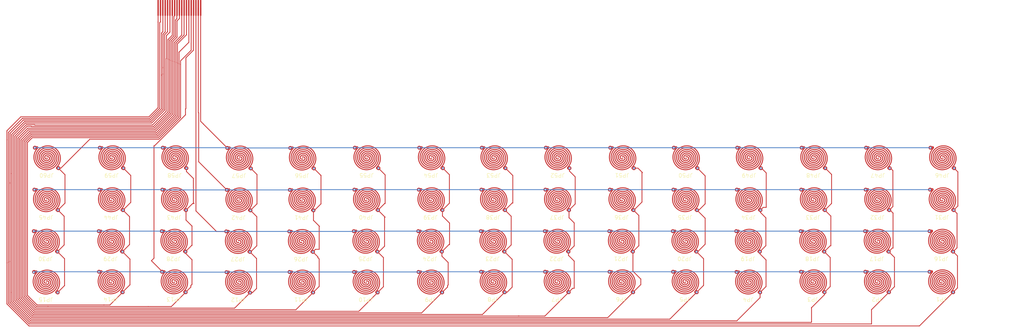
<source format=kicad_pcb>
(kicad_pcb (version 20241229) (generator "pcbnew") (generator_version "9.0")
  (layers (0 "F.Cu" signal) (2 "B.Cu" signal) (13 "F.Paste" user) (15 "B.Paste" user) (5 "F.SilkS" user "F.Silkscreen") (7 "B.SilkS" user "B.Silkscreen") (1 "F.Mask" user) (3 "B.Mask" user) (25 "Edge.Cuts" user))
  (net 0 "")
  (net 1 "COL_3")
  (net 2 "COL_11")
  (net 3 "COL_0")
  (net 4 "COL_8")
  (net 5 "COL_14")
  (net 6 "COL_6")
  (net 7 "COL_12")
  (net 8 "COL_1")
  (net 9 "ROW_0")
  (net 10 "COL_9")
  (net 11 "COL_2")
  (net 12 "COL_13")
  (net 13 "COL_5")
  (net 14 "COL_10")
  (net 15 "ROW_1")
  (net 16 "ROW_2")
  (net 17 "COL_4")
  (net 18 "ROW_3")
  (net 19 "COL_7")
  (footprint "FlexSensorFootprint:10mmPad" (layer "F.Cu") (at 78.210264 125.953513 180)
    (property "Reference" "JP12")
    (property "Value" "Jumper_2_Open" (hide yes))
  )
  (footprint "FlexSensorFootprint:10mmPad" (layer "F.Cu") (at 143.042324 94.35 180)
    (property "Reference" "JP53")
    (property "Value" "Jumper_2_Open" (hide yes))
  )
  (footprint "FlexSensorFootprint:10mmPad" (layer "F.Cu") (at 94.402588 94.411522 180)
    (property "Reference" "JP56")
    (property "Value" "Jumper_2_Open" (hide yes))
  )
  (footprint "FlexSensorFootprint:10mmPad" (layer "F.Cu") (at 256.960264 94.35 180)
    (property "Reference" "JP46")
    (property "Value" "Jumper_2_Open" (hide yes))
  )
  (footprint "FlexSensorFootprint:10mmPad" (layer "F.Cu") (at 159.18206 105 180)
    (property "Reference" "JP37")
    (property "Value" "Jumper_2_Open" (hide yes))
  )
  (footprint "OpenMuscleDevKit:Male-FFC-FPCHirose_FH12-19S-0.5SH_1x19-1MP_P0.50mm" (layer "F.Cu") (at 63.65 54.85)
    (property "Reference" "J1" (hide yes))
    (property "Value" "Conn_01x19_Pin" (hide yes))
  )
  (footprint "FlexSensorFootprint:10mmPad" (layer "F.Cu") (at 127.042324 105 180)
    (property "Reference" "JP39")
    (property "Value" "Jumper_2_Open" (hide yes))
  )
  (footprint "FlexSensorFootprint:10mmPad" (layer "F.Cu") (at 159.1 125.845505 180)
    (property "Reference" "JP7")
    (property "Value" "Jumper_2_Open" (hide yes))
  )
  (footprint "FlexSensorFootprint:10mmPad" (layer "F.Cu") (at 45.85 125.845505 180)
    (property "Reference" "JP14")
    (property "Value" "Jumper_2_Open" (hide yes))
  )
  (footprint "FlexSensorFootprint:10mmPad" (layer "F.Cu") (at 207.780771 105 180)
    (property "Reference" "JP34")
    (property "Value" "Jumper_2_Open" (hide yes))
  )
  (footprint "FlexSensorFootprint:10mmPad" (layer "F.Cu") (at 61.85 125.845505 180)
    (property "Reference" "JP13")
    (property "Value" "Jumper_2_Open" (hide yes))
  )
  (footprint "FlexSensorFootprint:10mmPad" (layer "F.Cu") (at 240.49359 105 180)
    (property "Reference" "JP32")
    (property "Value" "Jumper_2_Open" (hide yes))
  )
  (footprint "FlexSensorFootprint:10mmPad" (layer "F.Cu") (at 240.351266 115.540782 180)
    (property "Reference" "JP17")
    (property "Value" "Jumper_2_Open" (hide yes))
  )
  (footprint "FlexSensorFootprint:10mmPad" (layer "F.Cu") (at 62.042324 94.35 180)
    (property "Reference" "JP58")
    (property "Value" "Jumper_2_Open" (hide yes))
  )
  (footprint "FlexSensorFootprint:10mmPad" (layer "F.Cu") (at 175.460264 125.845505 180)
    (property "Reference" "JP6")
    (property "Value" "Jumper_2_Open" (hide yes))
  )
  (footprint "FlexSensorFootprint:10mmPad" (layer "F.Cu") (at 45.789736 115.540782 180)
    (property "Reference" "JP29")
    (property "Value" "Jumper_2_Open" (hide yes))
  )
  (footprint "FlexSensorFootprint:10mmPad" (layer "F.Cu") (at 61.93206 105 180)
    (property "Reference" "JP43")
    (property "Value" "Jumper_2_Open" (hide yes))
  )
  (footprint "FlexSensorFootprint:10mmPad" (layer "F.Cu") (at 175.4 115.540782 180)
    (property "Reference" "JP21")
    (property "Value" "Jumper_2_Open" (hide yes))
  )
  (footprint "FlexSensorFootprint:10mmPad" (layer "F.Cu") (at 127.152588 94.35 180)
    (property "Reference" "JP54")
    (property "Value" "Jumper_2_Open" (hide yes))
  )
  (footprint "FlexSensorFootprint:10mmPad" (layer "F.Cu") (at 191.539736 115.540782 180)
    (property "Reference" "JP20")
    (property "Value" "Jumper_2_Open" (hide yes))
  )
  (footprint "FlexSensorFootprint:10mmPad" (layer "F.Cu") (at 45.93206 105 180)
    (property "Reference" "JP44")
    (property "Value" "Jumper_2_Open" (hide yes))
  )
  (footprint "FlexSensorFootprint:10mmPad" (layer "F.Cu") (at 142.93206 105 180)
    (property "Reference" "JP38")
    (property "Value" "Jumper_2_Open" (hide yes))
  )
  (footprint "FlexSensorFootprint:10mmPad" (layer "F.Cu") (at 224.05512 125.845505 180)
    (property "Reference" "JP3")
    (property "Value" "Jumper_2_Open" (hide yes))
  )
  (footprint "FlexSensorFootprint:10mmPad" (layer "F.Cu") (at 78.402588 94.409217 180)
    (property "Reference" "JP57")
    (property "Value" "Jumper_2_Open" (hide yes))
  )
  (footprint "FlexSensorFootprint:10mmPad" (layer "F.Cu") (at 191.792324 94.35 180)
    (property "Reference" "JP50")
    (property "Value" "Jumper_2_Open" (hide yes))
  )
  (footprint "FlexSensorFootprint:10mmPad" (layer "F.Cu") (at 110.539736 115.540782 180)
    (property "Reference" "JP25")
    (property "Value" "Jumper_2_Open" (hide yes))
  )
  (footprint "FlexSensorFootprint:10mmPad" (layer "F.Cu") (at 126.960264 125.894296 180)
    (property "Reference" "JP9")
    (property "Value" "Jumper_2_Open" (hide yes))
  )
  (footprint "FlexSensorFootprint:10mmPad" (layer "F.Cu") (at 61.789736 115.540782 180)
    (property "Reference" "JP28")
    (property "Value" "Jumper_2_Open" (hide yes))
  )
  (footprint "FlexSensorFootprint:10mmPad" (layer "F.Cu") (at 159.292324 94.35 180)
    (property "Reference" "JP52")
    (property "Value" "Jumper_2_Open" (hide yes))
  )
  (footprint "FlexSensorFootprint:10mmPad" (layer "F.Cu") (at 175.542324 105 180)
    (property "Reference" "JP36")
    (property "Value" "Jumper_2_Open" (hide yes))
  )
  (footprint "FlexSensorFootprint:10mmPad" (layer "F.Cu") (at 94.210264 125.907027 180)
    (property "Reference" "JP11")
    (property "Value" "Jumper_2_Open" (hide yes))
  )
  (footprint "FlexSensorFootprint:10mmPad" (layer "F.Cu") (at 191.68206 105 180)
    (property "Reference" "JP35")
    (property "Value" "Jumper_2_Open" (hide yes))
  )
  (footprint "FlexSensorFootprint:10mmPad" (layer "F.Cu") (at 110.6 125.9 180)
    (property "Reference" "JP10")
    (property "Value" "Jumper_2_Open" (hide yes))
  )
  (footprint "FlexSensorFootprint:10mmPad" (layer "F.Cu") (at 256.710264 125.845505 180)
    (property "Reference" "JP1")
    (property "Value" "Jumper_2_Open" (hide yes))
  )
  (footprint "FlexSensorFootprint:10mmPad" (layer "F.Cu") (at 207.698711 125.894296 180)
    (property "Reference" "JP4")
    (property "Value" "Jumper_2_Open" (hide yes))
  )
  (footprint "FlexSensorFootprint:10mmPad" (layer "F.Cu") (at 94.292324 105.061522 180)
    (property "Reference" "JP41")
    (property "Value" "Jumper_2_Open" (hide yes))
  )
  (footprint "FlexSensorFootprint:10mmPad" (layer "F.Cu") (at 191.6 125.845505 180)
    (property "Reference" "JP5")
    (property "Value" "Jumper_2_Open" (hide yes))
  )
  (footprint "FlexSensorFootprint:10mmPad" (layer "F.Cu") (at 224.13718 105 180)
    (property "Reference" "JP33")
    (property "Value" "Jumper_2_Open" (hide yes))
  )
  (footprint "FlexSensorFootprint:10mmPad" (layer "F.Cu") (at 256.707676 115.540782 180)
    (property "Reference" "JP16")
    (property "Value" "Jumper_2_Open" (hide yes))
  )
  (footprint "FlexSensorFootprint:10mmPad" (layer "F.Cu") (at 126.9 115.540782 180)
    (property "Reference" "JP24")
    (property "Value" "Jumper_2_Open" (hide yes))
  )
  (footprint "FlexSensorFootprint:10mmPad" (layer "F.Cu") (at 207.891035 94.35 180)
    (property "Reference" "JP49")
    (property "Value" "Jumper_2_Open" (hide yes))
  )
  (footprint "FlexSensorFootprint:10mmPad" (layer "F.Cu") (at 29.542324 94.35 180)
    (property "Reference" "JP60")
    (property "Value" "Jumper_2_Open" (hide yes))
  )
  (footprint "FlexSensorFootprint:10mmPad" (layer "F.Cu") (at 78.15 115.599999 180)
    (property "Reference" "JP27")
    (property "Value" "Jumper_2_Open" (hide yes))
  )
  (footprint "FlexSensorFootprint:10mmPad" (layer "F.Cu") (at 29.35 125.9 180)
    (property "Reference" "JP15")
    (property "Value" "Jumper_2_Open" (hide yes))
  )
  (footprint "FlexSensorFootprint:10mmPad" (layer "F.Cu") (at 142.789736 115.540782 180)
    (property "Reference" "JP23")
    (property "Value" "Jumper_2_Open" (hide yes))
  )
  (footprint "FlexSensorFootprint:10mmPad" (layer "F.Cu") (at 29.43206 105 180)
    (property "Reference" "JP45")
    (property "Value" "Jumper_2_Open" (hide yes))
  )
  (footprint "FlexSensorFootprint:10mmPad" (layer "F.Cu") (at 29.289736 115.540782 180)
    (property "Reference" "JP30")
    (property "Value" "Jumper_2_Open" (hide yes))
  )
  (footprint "FlexSensorFootprint:10mmPad" (layer "F.Cu") (at 159.039736 115.540782 180)
    (property "Reference" "JP22")
    (property "Value" "Jumper_2_Open" (hide yes))
  )
  (footprint "FlexSensorFootprint:10mmPad" (layer "F.Cu") (at 224.247444 94.35 180)
    (property "Reference" "JP48")
    (property "Value" "Jumper_2_Open" (hide yes))
  )
  (footprint "FlexSensorFootprint:10mmPad" (layer "F.Cu") (at 240.603854 94.35 180)
    (property "Reference" "JP47")
    (property "Value" "Jumper_2_Open" (hide yes))
  )
  (footprint "FlexSensorFootprint:10mmPad" (layer "F.Cu") (at 46.042324 94.35 180)
    (property "Reference" "JP59")
    (property "Value" "Jumper_2_Open" (hide yes))
  )
  (footprint "FlexSensorFootprint:10mmPad" (layer "F.Cu") (at 175.652588 94.35 180)
    (property "Reference" "JP51")
    (property "Value" "Jumper_2_Open" (hide yes))
  )
  (footprint "FlexSensorFootprint:10mmPad" (layer "F.Cu") (at 223.994856 115.540782 180)
    (property "Reference" "JP18")
    (property "Value" "Jumper_2_Open" (hide yes))
  )
  (footprint "FlexSensorFootprint:10mmPad" (layer "F.Cu") (at 110.792324 94.35 180)
    (property "Reference" "JP55")
    (property "Value" "Jumper_2_Open" (hide yes))
  )
  (footprint "FlexSensorFootprint:10mmPad" (layer "F.Cu") (at 94.15 115.602304 180)
    (property "Reference" "JP26")
    (property "Value" "Jumper_2_Open" (hide yes))
  )
  (footprint "FlexSensorFootprint:10mmPad" (layer "F.Cu") (at 78.292324 105.059217 180)
    (property "Reference" "JP42")
    (property "Value" "Jumper_2_Open" (hide yes))
  )
  (footprint "FlexSensorFootprint:10mmPad" (layer "F.Cu") (at 207.638447 115.540782 180)
    (property "Reference" "JP19")
    (property "Value" "Jumper_2_Open" (hide yes))
  )
  (footprint "FlexSensorFootprint:10mmPad" (layer "F.Cu") (at 256.85 105 180)
    (property "Reference" "JP31")
    (property "Value" "Jumper_2_Open" (hide yes))
  )
  (footprint "FlexSensorFootprint:10mmPad" (layer "F.Cu") (at 110.68206 105 180)
    (property "Reference" "JP40")
    (property "Value" "Jumper_2_Open" (hide yes))
  )
  (footprint "FlexSensorFootprint:10mmPad" (layer "F.Cu") (at 240.41153 125.845505 180)
    (property "Reference" "JP2")
    (property "Value" "Jumper_2_Open" (hide yes))
  )
  (footprint "FlexSensorFootprint:10mmPad" (layer "F.Cu") (at 142.85 125.845505 180)
    (property "Reference" "JP8")
    (property "Value" "Jumper_2_Open" (hide yes))
  )
  (gr_poly (pts (xy 69.25 79.85) (xy 69.351997 80.626001) (xy 69.652 81.35) (xy 70.127998 81.971) (xy 70.75 82.448) (xy 71.473 82.747999) (xy 72.25 82.85) (xy 81.96899 82.85) (xy 147.504986 82.85) (xy 272.504986 82.85) (xy 273.798977 83.02) (xy 275.00497 83.52) (xy 276.040981 84.314001) (xy 276.834987 85.349998) (xy 277.334987 86.555999) (xy 277.50497 87.849998) (xy 277.50497 132.849994) (xy 277.334987 134.143993) (xy 276.834987 135.349994) (xy 276.040981 136.38599) (xy 275.00497 137.179996) (xy 273.798977 137.679996) (xy 272.504986 137.849994) (xy 147.504986 137.849994) (xy 81.96899 137.849994) (xy 22.505001 137.849994) (xy 21.211002 137.679996) (xy 20.005001 137.179996) (xy 18.969005 136.38599) (xy 18.174999 135.349994) (xy 17.674999 134.143993) (xy 17.505001 132.849994) (xy 17.505001 95.849998) (xy 17.505001 87.849998) (xy 17.674999 86.555999) (xy 18.174999 85.349998) (xy 18.969005 84.314001) (xy 20.005001 83.52) (xy 21.211002 83.02) (xy 22.505001 82.85) (xy 49.200996 82.85) (xy 53.849998 82.85) (xy 54.625999 82.747999) (xy 55.349999 82.448) (xy 55.971001 81.971) (xy 56.447998 81.35) (xy 56.747993 80.626001) (xy 56.849998 79.85) (xy 56.849998 53.850002) (xy 60.267525 53.850002) (xy 69.25 53.850002)) (stroke (width 0.003779) (color 255 0 0 1)) (fill no) (layer "Edge.Cuts"))
  (segment (start 58.9 70.95) (end 58.9 71.1) (width 0.2) (layer "F.Cu") (net 1))
  (segment (start 23.75 84.7) (end 20.452 87.998) (width 0.2) (layer "F.Cu") (net 1))
  (segment (start 58.9 62.5) (end 58.9 70.95) (width 0.2) (layer "F.Cu") (net 1))
  (segment (start 20.453 130.5017) (end 20.453 128.1) (width 0.2) (layer "F.Cu") (net 1))
  (segment (start 211.95 116.229229) (end 210.438447 117.740782) (width 0.2) (layer "F.Cu") (net 1))
  (segment (start 212 126.593007) (end 210.498711 128.094296) (width 0.2) (layer "F.Cu") (net 1))
  (segment (start 210.498711 129.401289) (end 204.603 135.297) (width 0.2) (layer "F.Cu") (net 1))
  (segment (start 55.831807 84.7) (end 23.75 84.7) (width 0.2) (layer "F.Cu") (net 1))
  (segment (start 210.580771 107.2) (end 210.580771 107.780771) (width 0.2) (layer "F.Cu") (net 1))
  (segment (start 58.9 72.6329) (end 58.901 72.6339) (width 0.2) (layer "F.Cu") (net 1))
  (segment (start 58.901 72.6339) (end 58.901 81.630807) (width 0.2) (layer "F.Cu") (net 1))
  (segment (start 59.45 55.85) (end 59.45 61.95) (width 0.2) (layer "F.Cu") (net 1))
  (segment (start 20.452 128.099) (end 20.452 97.902) (width 0.2) (layer "F.Cu") (net 1))
  (segment (start 25.2483 135.297) (end 20.453 130.5017) (width 0.2) (layer "F.Cu") (net 1))
  (segment (start 20.453 128.1) (end 20.452 128.099) (width 0.2) (layer "F.Cu") (net 1))
  (segment (start 210.691035 96.55) (end 210.85 96.55) (width 0.2) (layer "F.Cu") (net 1))
  (segment (start 210.580771 107.780771) (end 211.95 109.15) (width 0.2) (layer "F.Cu") (net 1))
  (segment (start 212.05 97.75) (end 212.05 106.5) (width 0.2) (layer "F.Cu") (net 1))
  (segment (start 210.438447 117.740782) (end 210.438447 118.288447) (width 0.2) (layer "F.Cu") (net 1))
  (segment (start 212 119.85) (end 212 126.593007) (width 0.2) (layer "F.Cu") (net 1))
  (segment (start 20.452 87.998) (end 20.452 97.902) (width 0.2) (layer "F.Cu") (net 1))
  (segment (start 211.95 109.15) (end 211.95 116.229229) (width 0.2) (layer "F.Cu") (net 1))
  (segment (start 210.498711 128.094296) (end 210.498711 129.401289) (width 0.2) (layer "F.Cu") (net 1))
  (segment (start 204.603 135.297) (end 25.2483 135.297) (width 0.2) (layer "F.Cu") (net 1))
  (segment (start 20.452 97.902) (end 20.452 97.95) (width 0.2) (layer "F.Cu") (net 1))
  (segment (start 59.45 61.95) (end 58.9 62.5) (width 0.2) (layer "F.Cu") (net 1))
  (segment (start 211.280771 106.5) (end 210.580771 107.2) (width 0.2) (layer "F.Cu") (net 1))
  (segment (start 210.85 96.55) (end 212.05 97.75) (width 0.2) (layer "F.Cu") (net 1))
  (segment (start 58.901 81.630807) (end 55.831807 84.7) (width 0.2) (layer "F.Cu") (net 1))
  (segment (start 210.438447 118.288447) (end 212 119.85) (width 0.2) (layer "F.Cu") (net 1))
  (segment (start 212.05 106.5) (end 211.280771 106.5) (width 0.2) (layer "F.Cu") (net 1))
  (segment (start 58.9 70.95) (end 58.9 72.6329) (width 0.2) (layer "F.Cu") (net 1))
  (via (at 210.438447 117.740782) (size 0.6) (drill 0.3) (layers "F.Cu" "B.Cu") (net 1))
  (via (at 210.580771 107.2) (size 0.6) (drill 0.3) (layers "F.Cu" "B.Cu") (net 1))
  (via (at 210.691035 96.55) (size 0.6) (drill 0.3) (layers "F.Cu" "B.Cu") (net 1))
  (via (at 210.498711 128.094296) (size 0.6) (drill 0.3) (layers "F.Cu" "B.Cu") (net 1))
  (segment (start 62.155 83.1621) (end 62.155 69.6976) (width 0.2) (layer "F.Cu") (net 2))
  (segment (start 77.074777 132.089) (end 26.5916 132.089) (width 0.2) (layer "F.Cu") (net 2))
  (segment (start 23.66 129.1574) (end 23.66 89.7071) (width 0.2) (layer "F.Cu") (net 2))
  (segment (start 81.596487 128.153513) (end 82.65 127.1) (width 0.2) (layer "F.Cu") (net 2))
  (segment (start 62.156 69.6966) (end 62.156 64.8111) (width 0.2) (layer "F.Cu") (net 2))
  (segment (start 25.3661 88.001) (end 57.3161 88.001) (width 0.2) (layer "F.Cu") (net 2))
  (segment (start 81.092324 107.259217) (end 82.75 105.601541) (width 0.2) (layer "F.Cu") (net 2))
  (segment (start 81.150001 117.799999) (end 82.7 116.25) (width 0.2) (layer "F.Cu") (net 2))
  (segment (start 82.65 127.1) (end 82.65 119.499999) (width 0.2) (layer "F.Cu") (net 2))
  (segment (start 82.75 98.156629) (end 81.202588 96.609217) (width 0.2) (layer "F.Cu") (net 2))
  (segment (start 81.010264 128.153513) (end 81.596487 128.153513) (width 0.2) (layer "F.Cu") (net 2))
  (segment (start 57.3161 88.001) (end 62.155 83.1621) (width 0.2) (layer "F.Cu") (net 2))
  (segment (start 62.156 64.8111) (end 64.25 62.7171) (width 0.2) (layer "F.Cu") (net 2))
  (segment (start 82.7 116.25) (end 82.7 108.866893) (width 0.2) (layer "F.Cu") (net 2))
  (segment (start 62.155 69.6976) (end 62.156 69.6966) (width 0.2) (layer "F.Cu") (net 2))
  (segment (start 82.65 119.499999) (end 80.95 117.799999) (width 0.2) (layer "F.Cu") (net 2))
  (segment (start 82.75 105.601541) (end 82.75 98.156629) (width 0.2) (layer "F.Cu") (net 2))
  (segment (start 80.95 117.799999) (end 81.150001 117.799999) (width 0.2) (layer "F.Cu") (net 2))
  (segment (start 64.25 62.7171) (end 64.25 55.85) (width 0.2) (layer "F.Cu") (net 2))
  (segment (start 82.7 108.866893) (end 81.092324 107.259217) (width 0.2) (layer "F.Cu") (net 2))
  (segment (start 23.66 89.7071) (end 25.3661 88.001) (width 0.2) (layer "F.Cu") (net 2))
  (segment (start 26.5916 132.089) (end 23.66 129.1574) (width 0.2) (layer "F.Cu") (net 2))
  (segment (start 81.010264 128.153513) (end 77.074777 132.089) (width 0.2) (layer "F.Cu") (net 2))
  (via (at 80.95 117.799999) (size 0.6) (drill 0.3) (layers "F.Cu" "B.Cu") (net 2))
  (via (at 81.202588 96.609217) (size 0.6) (drill 0.3) (layers "F.Cu" "B.Cu") (net 2))
  (via (at 81.010264 128.153513) (size 0.6) (drill 0.3) (layers "F.Cu" "B.Cu") (net 2))
  (via (at 81.092324 107.259217) (size 0.6) (drill 0.3) (layers "F.Cu" "B.Cu") (net 2))
  (segment (start 260.5 108.05) (end 259.65 107.2) (width 0.2) (layer "F.Cu") (net 3))
  (segment (start 19.25 89.3329) (end 19.25 87.05) (width 0.2) (layer "F.Cu") (net 3))
  (segment (start 57.65 59.4329) (end 57.65 55.85) (width 0.2) (layer "F.Cu") (net 3))
  (segment (start 57.649 81.181507) (end 57.649 59.4339) (width 0.2) (layer "F.Cu") (net 3))
  (segment (start 19.25 87.05) (end 22.8 83.5) (width 0.2) (layer "F.Cu") (net 3))
  (segment (start 259.760264 96.55) (end 260.7 97.489736) (width 0.2) (layer "F.Cu") (net 3))
  (segment (start 22.8 83.5) (end 55.330507 83.5) (width 0.2) (layer "F.Cu") (net 3))
  (segment (start 259.504495 128.045505) (end 250.95 136.6) (width 0.2) (layer "F.Cu") (net 3))
  (segment (start 19.25 131) (end 19.25 120.5671) (width 0.2) (layer "F.Cu") (net 3))
  (segment (start 260.5 116.748458) (end 260.5 108.05) (width 0.2) (layer "F.Cu") (net 3))
  (segment (start 259.510264 128.045505) (end 260.6 126.955769) (width 0.2) (layer "F.Cu") (net 3))
  (segment (start 19.249 120.5661) (end 19.249 89.3339) (width 0.2) (layer "F.Cu") (net 3))
  (segment (start 55.330507 83.5) (end 57.649 81.181507) (width 0.2) (layer "F.Cu") (net 3))
  (segment (start 259.510264 128.045505) (end 259.504495 128.045505) (width 0.2) (layer "F.Cu") (net 3))
  (segment (start 57.649 59.4339) (end 57.65 59.4329) (width 0.2) (layer "F.Cu") (net 3))
  (segment (start 260.6 126.955769) (end 260.6 118.833106) (width 0.2) (layer "F.Cu") (net 3))
  (segment (start 260.7 106.15) (end 259.65 107.2) (width 0.2) (layer "F.Cu") (net 3))
  (segment (start 250.95 136.6) (end 24.85 136.6) (width 0.2) (layer "F.Cu") (net 3))
  (segment (start 19.249 89.3339) (end 19.25 89.3329) (width 0.2) (layer "F.Cu") (net 3))
  (segment (start 260.6 118.833106) (end 259.507676 117.740782) (width 0.2) (layer "F.Cu") (net 3))
  (segment (start 19.25 120.5671) (end 19.249 120.5661) (width 0.2) (layer "F.Cu") (net 3))
  (segment (start 260.7 97.489736) (end 260.7 106.15) (width 0.2) (layer "F.Cu") (net 3))
  (segment (start 259.507676 117.740782) (end 260.5 116.748458) (width 0.2) (layer "F.Cu") (net 3))
  (segment (start 24.85 136.6) (end 19.25 131) (width 0.2) (layer "F.Cu") (net 3))
  (via (at 259.510264 128.045505) (size 0.6) (drill 0.3) (layers "F.Cu" "B.Cu") (net 3))
  (via (at 259.760264 96.55) (size 0.6) (drill 0.3) (layers "F.Cu" "B.Cu") (net 3))
  (via (at 259.507676 117.740782) (size 0.6) (drill 0.3) (layers "F.Cu" "B.Cu") (net 3))
  (via (at 259.65 107.2) (size 0.6) (drill 0.3) (layers "F.Cu" "B.Cu") (net 3))
  (segment (start 62.45 55.85) (end 62.45 57.82138) (width 0.2) (layer "F.Cu") (net 4))
  (segment (start 60.952 69.1993) (end 60.952 82.6322) (width 0.2) (layer "F.Cu") (net 4))
  (segment (start 131.490782 115.95) (end 129.7 117.740782) (width 0.2) (layer "F.Cu") (net 4))
  (segment (start 60.953 69.1983) (end 60.952 69.1993) (width 0.2) (layer "F.Cu") (net 4))
  (segment (start 129.755704 128.094296) (end 129.760264 128.094296) (width 0.2) (layer "F.Cu") (net 4))
  (segment (start 22.457 129.6557) (end 26.0933 133.292) (width 0.2) (layer "F.Cu") (net 4))
  (segment (start 129.842324 108.692324) (end 131.65 110.5) (width 0.2) (layer "F.Cu") (net 4))
  (segment (start 60.952 82.6322) (end 56.7842 86.8) (width 0.2) (layer "F.Cu") (net 4))
  (segment (start 129.952588 96.55) (end 131.6 98.197412) (width 0.2) (layer "F.Cu") (net 4))
  (segment (start 26.0933 133.292) (end 124.558 133.292) (width 0.2) (layer "F.Cu") (net 4))
  (segment (start 62.052 63.1322) (end 60.953 64.2312) (width 0.2) (layer "F.Cu") (net 4))
  (segment (start 131.65 110.5) (end 131.65 115.95) (width 0.2) (layer "F.Cu") (net 4))
  (segment (start 56.7842 86.8) (end 24.75 86.8) (width 0.2) (layer "F.Cu") (net 4))
  (segment (start 129.7 117.740782) (end 129.7 118.9) (width 0.2) (layer "F.Cu") (net 4))
  (segment (start 62.4 58.6) (end 62.052 58.948) (width 0.2) (layer "F.Cu") (net 4))
  (segment (start 129.842324 107.2) (end 129.842324 108.692324) (width 0.2) (layer "F.Cu") (net 4))
  (segment (start 124.558 133.292) (end 129.755704 128.094296) (width 0.2) (layer "F.Cu") (net 4))
  (segment (start 131.15 126.70456) (end 129.760264 128.094296) (width 0.2) (layer "F.Cu") (net 4))
  (segment (start 131.65 115.95) (end 131.490782 115.95) (width 0.2) (layer "F.Cu") (net 4))
  (segment (start 62.45 57.82138) (end 62.4 57.87138) (width 0.2) (layer "F.Cu") (net 4))
  (segment (start 131.3 120.5) (end 131.3 126.2) (width 0.2) (layer "F.Cu") (net 4))
  (segment (start 131.15 126.35) (end 131.15 126.70456) (width 0.2) (layer "F.Cu") (net 4))
  (segment (start 62.4 57.87138) (end 62.4 58.6) (width 0.2) (layer "F.Cu") (net 4))
  (segment (start 131.3 126.2) (end 131.15 126.35) (width 0.2) (layer "F.Cu") (net 4))
  (segment (start 129.7 118.9) (end 131.3 120.5) (width 0.2) (layer "F.Cu") (net 4))
  (segment (start 131.6 105.442324) (end 129.842324 107.2) (width 0.2) (layer "F.Cu") (net 4))
  (segment (start 60.953 64.2312) (end 60.953 69.1983) (width 0.2) (layer "F.Cu") (net 4))
  (segment (start 24.75 86.8) (end 22.457 89.093) (width 0.2) (layer "F.Cu") (net 4))
  (segment (start 131.6 98.197412) (end 131.6 105.442324) (width 0.2) (layer "F.Cu") (net 4))
  (segment (start 62.052 58.948) (end 62.052 63.1322) (width 0.2) (layer "F.Cu") (net 4))
  (segment (start 22.457 89.093) (end 22.457 129.6557) (width 0.2) (layer "F.Cu") (net 4))
  (via (at 129.842324 107.2) (size 0.6) (drill 0.3) (layers "F.Cu" "B.Cu") (net 4))
  (via (at 129.952588 96.55) (size 0.6) (drill 0.3) (layers "F.Cu" "B.Cu") (net 4))
  (via (at 129.7 117.740782) (size 0.6) (drill 0.3) (layers "F.Cu" "B.Cu") (net 4))
  (via (at 129.760264 128.094296) (size 0.6) (drill 0.3) (layers "F.Cu" "B.Cu") (net 4))
  (segment (start 32.342324 96.55) (end 32.95 96.55) (width 0.2) (layer "F.Cu") (net 5))
  (segment (start 33.8 116.030518) (end 33.8 108.76794) (width 0.2) (layer "F.Cu") (net 5))
  (segment (start 32.089736 117.740782) (end 33.8 116.030518) (width 0.2) (layer "F.Cu") (net 5))
  (segment (start 40.296 89.204) (end 57.8144 89.204) (width 0.2) (layer "F.Cu") (net 5))
  (segment (start 33.9 119.551046) (end 32.089736 117.740782) (width 0.2) (layer "F.Cu") (net 5))
  (segment (start 32.23206 107.2) (end 34 105.43206) (width 0.2) (layer "F.Cu") (net 5))
  (segment (start 34 98.207676) (end 32.342324 96.55) (width 0.2) (layer "F.Cu") (net 5))
  (segment (start 63.359 69.291) (end 66.05 66.6) (width 0.2) (layer "F.Cu") (net 5))
  (segment (start 63.358 83.6604) (end 63.358 70.1959) (width 0.2) (layer "F.Cu") (net 5))
  (segment (start 33.9 126.35) (end 33.9 119.551046) (width 0.2) (layer "F.Cu") (net 5))
  (segment (start 34 105.43206) (end 34 98.207676) (width 0.2) (layer "F.Cu") (net 5))
  (segment (start 33.8 108.76794) (end 32.23206 107.2) (width 0.2) (layer "F.Cu") (net 5))
  (segment (start 57.8144 89.204) (end 63.358 83.6604) (width 0.2) (layer "F.Cu") (net 5))
  (segment (start 32.95 96.55) (end 40.296 89.204) (width 0.2) (layer "F.Cu") (net 5))
  (segment (start 63.359 70.1949) (end 63.359 69.291) (width 0.2) (layer "F.Cu") (net 5))
  (segment (start 32.15 128.1) (end 33.9 126.35) (width 0.2) (layer "F.Cu") (net 5))
  (segment (start 63.358 70.1959) (end 63.359 70.1949) (width 0.2) (layer "F.Cu") (net 5))
  (segment (start 66.05 66.6) (end 66.05 55.85) (width 0.2) (layer "F.Cu") (net 5))
  (via (at 32.342324 96.55) (size 0.6) (drill 0.3) (layers "F.Cu" "B.Cu") (net 5))
  (via (at 32.089736 117.740782) (size 0.6) (drill 0.3) (layers "F.Cu" "B.Cu") (net 5))
  (via (at 32.23206 107.2) (size 0.6) (drill 0.3) (layers "F.Cu" "B.Cu") (net 5))
  (via (at 32.15 128.1) (size 0.6) (drill 0.3) (layers "F.Cu" "B.Cu") (net 5))
  (segment (start 60.15 82.3) (end 56.45 86) (width 0.2) (layer "F.Cu") (net 6))
  (segment (start 162.092324 96.55) (end 162.092324 97.292324) (width 0.2) (layer "F.Cu") (net 6))
  (segment (start 61.25 62.8) (end 60.151 63.899) (width 0.2) (layer "F.Cu") (net 6))
  (segment (start 162.895505 127.05) (end 161.9 128.045505) (width 0.2) (layer "F.Cu") (net 6))
  (segment (start 163.3 127.05) (end 162.895505 127.05) (width 0.2) (layer "F.Cu") (net 6))
  (segment (start 25.7611 134.094) (end 149.25 134.094) (width 0.2) (layer "F.Cu") (net 6))
  (segment (start 161.9 128.045505) (end 155.851505 134.094) (width 0.2) (layer "F.Cu") (net 6))
  (segment (start 61.25 55.85) (end 61.25 62.8) (width 0.2) (layer "F.Cu") (net 6))
  (segment (start 24.4 85.9) (end 21.655 88.645) (width 0.2) (layer "F.Cu") (net 6))
  (segment (start 155.851505 134.094) (end 149.25 134.094) (width 0.2) (layer "F.Cu") (net 6))
  (segment (start 21.655 88.645) (end 21.655 129.9879) (width 0.2) (layer "F.Cu") (net 6))
  (segment (start 161.98206 109.13206) (end 163.3 110.45) (width 0.2) (layer "F.Cu") (net 6))
  (segment (start 25.5171 86) (end 25.4171 85.9) (width 0.2) (layer "F.Cu") (net 6))
  (segment (start 163.3 120.15) (end 163.3 127.05) (width 0.2) (layer "F.Cu") (net 6))
  (segment (start 161.839736 118.689736) (end 163.3 120.15) (width 0.2) (layer "F.Cu") (net 6))
  (segment (start 149.25 134.094) (end 149.1 134.094) (width 0.2) (layer "F.Cu") (net 6))
  (segment (start 60.151 63.899) (end 60.151 68.8661) (width 0.2) (layer "F.Cu") (net 6))
  (segment (start 60.151 68.8661) (end 60.15 68.8671) (width 0.2) (layer "F.Cu") (net 6))
  (segment (start 161.98206 107.2) (end 161.98206 109.13206) (width 0.2) (layer "F.Cu") (net 6))
  (segment (start 162.092324 97.292324) (end 163.55 98.75) (width 0.2) (layer "F.Cu") (net 6))
  (segment (start 161.839736 117.740782) (end 161.839736 118.689736) (width 0.2) (layer "F.Cu") (net 6))
  (segment (start 21.655 129.9879) (end 25.7611 134.094) (width 0.2) (layer "F.Cu") (net 6))
  (segment (start 163.55 98.75) (end 163.55 105.63206) (width 0.2) (layer "F.Cu") (net 6))
  (segment (start 163.3 116.280518) (end 161.839736 117.740782) (width 0.2) (layer "F.Cu") (net 6))
  (segment (start 60.15 68.8671) (end 60.15 82.3) (width 0.2) (layer "F.Cu") (net 6))
  (segment (start 56.45 86) (end 25.5171 86) (width 0.2) (layer "F.Cu") (net 6))
  (segment (start 163.55 105.63206) (end 161.98206 107.2) (width 0.2) (layer "F.Cu") (net 6))
  (segment (start 163.3 110.45) (end 163.3 116.280518) (width 0.2) (layer "F.Cu") (net 6))
  (segment (start 25.4171 85.9) (end 24.4 85.9) (width 0.2) (layer "F.Cu") (net 6))
  (via (at 161.98206 107.2) (size 0.6) (drill 0.3) (layers "F.Cu" "B.Cu") (net 6))
  (via (at 161.9 128.045505) (size 0.6) (drill 0.3) (layers "F.Cu" "B.Cu") (net 6))
  (via (at 162.092324 96.55) (size 0.6) (drill 0.3) (layers "F.Cu" "B.Cu") (net 6))
  (via (at 161.839736 117.740782) (size 0.6) (drill 0.3) (layers "F.Cu" "B.Cu") (net 6))
  (segment (start 64.65 128.045505) (end 61.007505 131.688) (width 0.2) (layer "F.Cu") (net 7))
  (segment (start 66.6 105.35) (end 66.75 105.5) (width 0.2) (layer "F.Cu") (net 7))
  (segment (start 66.38206 105.55) (end 64.73206 107.2) (width 0.2) (layer "F.Cu") (net 7))
  (segment (start 62.557 69.8627) (end 62.557 64.9772) (width 0.2) (layer "F.Cu") (net 7))
  (segment (start 64.73206 109.73206) (end 66.25 111.25) (width 0.2) (layer "F.Cu") (net 7))
  (segment (start 66.25 126.05) (end 65.95 126.35) (width 0.2) (layer "F.Cu") (net 7))
  (segment (start 66.6 99.15) (end 66.6 105.35) (width 0.2) (layer "F.Cu") (net 7))
  (segment (start 25.5322 88.402) (end 57.4822 88.402) (width 0.2) (layer "F.Cu") (net 7))
  (segment (start 64.589736 118.139736) (end 66.25 119.8) (width 0.2) (layer "F.Cu") (net 7))
  (segment (start 66.25 111.25) (end 66.25 116.15) (width 0.2) (layer "F.Cu") (net 7))
  (segment (start 65.95 126.745505) (end 64.65 128.045505) (width 0.2) (layer "F.Cu") (net 7))
  (segment (start 66.25 119.8) (end 66.25 126.05) (width 0.2) (layer "F.Cu") (net 7))
  (segment (start 24.061 89.8732) (end 25.5322 88.402) (width 0.2) (layer "F.Cu") (net 7))
  (segment (start 62.556 69.8637) (end 62.557 69.8627) (width 0.2) (layer "F.Cu") (net 7))
  (segment (start 64.73206 107.2) (end 64.73206 109.73206) (width 0.2) (layer "F.Cu") (net 7))
  (segment (start 66.180518 116.15) (end 64.589736 117.740782) (width 0.2) (layer "F.Cu") (net 7))
  (segment (start 66.75 105.5) (end 66.7 105.55) (width 0.2) (layer "F.Cu") (net 7))
  (segment (start 62.557 64.9772) (end 64.85 62.6842) (width 0.2) (layer "F.Cu") (net 7))
  (segment (start 64.842324 96.55) (end 64.842324 97.392324) (width 0.2) (layer "F.Cu") (net 7))
  (segment (start 62.556 83.3282) (end 62.556 69.8637) (width 0.2) (layer "F.Cu") (net 7))
  (segment (start 29.7 131.688) (end 29.638 131.688) (width 0.2) (layer "F.Cu") (net 7))
  (segment (start 29.7 131.688) (end 26.7577 131.688) (width 0.2) (layer "F.Cu") (net 7))
  (segment (start 64.589736 117.740782) (end 64.589736 118.139736) (width 0.2) (layer "F.Cu") (net 7))
  (segment (start 24.061 128.9913) (end 24.061 89.8732) (width 0.2) (layer "F.Cu") (net 7))
  (segment (start 26.7577 131.688) (end 24.061 128.9913) (width 0.2) (layer "F.Cu") (net 7))
  (segment (start 65.95 126.35) (end 65.95 126.745505) (width 0.2) (layer "F.Cu") (net 7))
  (segment (start 57.4822 88.402) (end 62.556 83.3282) (width 0.2) (layer "F.Cu") (net 7))
  (segment (start 66.7 105.55) (end 66.38206 105.55) (width 0.2) (layer "F.Cu") (net 7))
  (segment (start 64.842324 97.392324) (end 66.6 99.15) (width 0.2) (layer "F.Cu") (net 7))
  (segment (start 66.25 116.15) (end 66.180518 116.15) (width 0.2) (layer "F.Cu") (net 7))
  (segment (start 64.85 62.6842) (end 64.85 55.85) (width 0.2) (layer "F.Cu") (net 7))
  (segment (start 61.007505 131.688) (end 55.138 131.688) (width 0.2) (layer "F.Cu") (net 7))
  (segment (start 55.138 131.688) (end 29.7 131.688) (width 0.2) (layer "F.Cu") (net 7))
  (via (at 64.65 128.045505) (size 0.6) (drill 0.3) (layers "F.Cu" "B.Cu") (net 7))
  (via (at 64.73206 107.2) (size 0.6) (drill 0.3) (layers "F.Cu" "B.Cu") (net 7))
  (via (at 64.842324 96.55) (size 0.6) (drill 0.3) (layers "F.Cu" "B.Cu") (net 7))
  (via (at 64.589736 117.740782) (size 0.6) (drill 0.3) (layers "F.Cu" "B.Cu") (net 7))
  (segment (start 238.790744 132.466291) (end 238.790744 136.099) (width 0.2) (layer "F.Cu") (net 8))
  (segment (start 23.2 83.9) (end 55.497607 83.9) (width 0.2) (layer "F.Cu") (net 8))
  (segment (start 243.21153 128.045505) (end 238.790744 132.466291) (width 0.2) (layer "F.Cu") (net 8))
  (segment (start 19.65 87.45) (end 23.2 83.9) (width 0.2) (layer "F.Cu") (net 8))
  (segment (start 243.6 96.55) (end 244.2 97.15) (width 0.2) (layer "F.Cu") (net 8))
  (segment (start 244.6 126.657035) (end 244.6 119.189516) (width 0.2) (layer "F.Cu") (net 8))
  (segment (start 244.2 106.29359) (end 243.29359 107.2) (width 0.2) (layer "F.Cu") (net 8))
  (segment (start 244.2 97.15) (end 244.2 106.29359) (width 0.2) (layer "F.Cu") (net 8))
  (segment (start 244.25 116.85) (end 244.042048 116.85) (width 0.2) (layer "F.Cu") (net 8))
  (segment (start 24.9161 136.099) (end 19.651 130.8339) (width 0.2) (layer "F.Cu") (net 8))
  (segment (start 19.65 120.4) (end 19.65 87.45) (width 0.2) (layer "F.Cu") (net 8))
  (segment (start 243.21153 128.045505) (end 244.6 126.657035) (width 0.2) (layer "F.Cu") (net 8))
  (segment (start 244.042048 116.85) (end 243.151266 117.740782) (width 0.2) (layer "F.Cu") (net 8))
  (segment (start 244.6 119.189516) (end 243.151266 117.740782) (width 0.2) (layer "F.Cu") (net 8))
  (segment (start 243.5 107.2) (end 244.25 107.95) (width 0.2) (layer "F.Cu") (net 8))
  (segment (start 55.497607 83.9) (end 58.05 81.347607) (width 0.2) (layer "F.Cu") (net 8))
  (segment (start 243.403854 96.55) (end 243.6 96.55) (width 0.2) (layer "F.Cu") (net 8))
  (segment (start 19.651 120.401) (end 19.65 120.4) (width 0.2) (layer "F.Cu") (net 8))
  (segment (start 19.651 130.8339) (end 19.651 120.401) (width 0.2) (layer "F.Cu") (net 8))
  (segment (start 58.05 81.347607) (end 58.05 59.6) (width 0.2) (layer "F.Cu") (net 8))
  (segment (start 244.25 107.95) (end 244.25 116.85) (width 0.2) (layer "F.Cu") (net 8))
  (segment (start 243.29359 107.2) (end 243.5 107.2) (width 0.2) (layer "F.Cu") (net 8))
  (segment (start 238.790744 136.099) (end 24.9161 136.099) (width 0.2) (layer "F.Cu") (net 8))
  (segment (start 58.05 59.6) (end 58.25 59.4) (width 0.2) (layer "F.Cu") (net 8))
  (segment (start 58.25 59.4) (end 58.25 55.85) (width 0.2) (layer "F.Cu") (net 8))
  (via (at 243.21153 128.045505) (size 0.6) (drill 0.3) (layers "F.Cu" "B.Cu") (net 8))
  (via (at 243.151266 117.740782) (size 0.6) (drill 0.3) (layers "F.Cu" "B.Cu") (net 8))
  (via (at 243.29359 107.2) (size 0.6) (drill 0.3) (layers "F.Cu" "B.Cu") (net 8))
  (via (at 243.403854 96.55) (size 0.6) (drill 0.3) (layers "F.Cu" "B.Cu") (net 8))
  (segment (start 64.6 81.5) (end 64.7 81.4) (width 0.2) (layer "F.Cu") (net 9))
  (segment (start 66.6 55.9) (end 66.65 55.85) (width 0.2) (layer "F.Cu") (net 9))
  (segment (start 64.7 81.4) (end 64.7 68.5171) (width 0.2) (layer "F.Cu") (net 9))
  (segment (start 56.6 119.4) (end 56.6 90.85) (width 0.2) (layer "F.Cu") (net 9))
  (segment (start 55.95 120.05) (end 56.6 119.4) (width 0.2) (layer "F.Cu") (net 9))
  (segment (start 56.6 90.85) (end 56.75 90.85) (width 0.2) (layer "F.Cu") (net 9))
  (segment (start 58.65 122.845505) (end 58.65 122.75) (width 0.2) (layer "F.Cu") (net 9))
  (segment (start 66.6 66.6171) (end 66.6 55.9) (width 0.2) (layer "F.Cu") (net 9))
  (segment (start 56.75 90.85) (end 64.6 83) (width 0.2) (layer "F.Cu") (net 9))
  (segment (start 64.7 68.5171) (end 66.6 66.6171) (width 0.2) (layer "F.Cu") (net 9))
  (segment (start 64.6 83) (end 64.6 81.5) (width 0.2) (layer "F.Cu") (net 9))
  (segment (start 58.65 122.75) (end 55.95 120.05) (width 0.2) (layer "F.Cu") (net 9))
  (via (at 172.260264 122.845505) (size 0.6) (drill 0.3) (layers "F.Cu" "B.Cu") (net 9))
  (via (at 188.4 122.845505) (size 0.6) (drill 0.3) (layers "F.Cu" "B.Cu") (net 9))
  (via (at 58.65 122.845505) (size 0.6) (drill 0.3) (layers "F.Cu" "B.Cu") (net 9))
  (via (at 75.010264 122.953513) (size 0.6) (drill 0.3) (layers "F.Cu" "B.Cu") (net 9))
  (via (at 26.074075 122.975926) (size 0.6) (drill 0.3) (layers "F.Cu" "B.Cu") (net 9))
  (via (at 155.9 122.845505) (size 0.6) (drill 0.3) (layers "F.Cu" "B.Cu") (net 9))
  (via (at 139.65 122.845505) (size 0.6) (drill 0.3) (layers "F.Cu" "B.Cu") (net 9))
  (via (at 91.010264 122.907027) (size 0.6) (drill 0.3) (layers "F.Cu" "B.Cu") (net 9))
  (via (at 204.564393 122.966244) (size 0.6) (drill 0.3) (layers "F.Cu" "B.Cu") (net 9))
  (via (at 253.510264 122.845505) (size 0.6) (drill 0.3) (layers "F.Cu" "B.Cu") (net 9))
  (via (at 42.65 122.845505) (size 0.6) (drill 0.3) (layers "F.Cu" "B.Cu") (net 9))
  (via (at 123.760264 122.894296) (size 0.6) (drill 0.3) (layers "F.Cu" "B.Cu") (net 9))
  (via (at 107.4 122.9) (size 0.6) (drill 0.3) (layers "F.Cu" "B.Cu") (net 9))
  (via (at 220.935132 122.845505) (size 0.6) (drill 0.3) (layers "F.Cu" "B.Cu") (net 9))
  (via (at 237.21153 122.845505) (size 0.6) (drill 0.3) (layers "F.Cu" "B.Cu") (net 9))
  (segment (start 204.564393 122.966244) (end 204.443654 122.845505) (width 0.2) (layer "B.Cu") (net 9))
  (segment (start 91.010264 122.907027) (end 75.05675 122.907027) (width 0.2) (layer "B.Cu") (net 9))
  (segment (start 237.21153 122.845505) (end 220.935132 122.845505) (width 0.2) (layer "B.Cu") (net 9))
  (segment (start 58.758008 122.953513) (end 58.65 122.845505) (width 0.2) (layer "B.Cu") (net 9))
  (segment (start 91.017291 122.9) (end 91.010264 122.907027) (width 0.2) (layer "B.Cu") (net 9))
  (segment (start 42.65 122.845505) (end 26.204496 122.845505) (width 0.2) (layer "B.Cu") (net 9))
  (segment (start 58.65 122.845505) (end 42.65 122.845505) (width 0.2) (layer "B.Cu") (net 9))
  (segment (start 237.21153 122.845505) (end 253.510264 122.845505) (width 0.2) (layer "B.Cu") (net 9))
  (segment (start 75.05675 122.907027) (end 75.010264 122.953513) (width 0.2) (layer "B.Cu") (net 9))
  (segment (start 155.9 122.845505) (end 172.260264 122.845505) (width 0.2) (layer "B.Cu") (net 9))
  (segment (start 188.4 122.845505) (end 172.260264 122.845505) (width 0.2) (layer "B.Cu") (net 9))
  (segment (start 139.65 122.845505) (end 123.809055 122.845505) (width 0.2) (layer "B.Cu") (net 9))
  (segment (start 75.010264 122.953513) (end 58.758008 122.953513) (width 0.2) (layer "B.Cu") (net 9))
  (segment (start 204.443654 122.845505) (end 188.4 122.845505) (width 0.2) (layer "B.Cu") (net 9))
  (segment (start 220.935132 122.845505) (end 204.685132 122.845505) (width 0.2) (layer "B.Cu") (net 9))
  (segment (start 123.809055 122.845505) (end 123.760264 122.894296) (width 0.2) (layer "B.Cu") (net 9))
  (segment (start 204.685132 122.845505) (end 204.564393 122.966244) (width 0.2) (layer "B.Cu") (net 9))
  (segment (start 107.405704 122.894296) (end 107.4 122.9) (width 0.2) (layer "B.Cu") (net 9))
  (segment (start 26.204496 122.845505) (end 26.074075 122.975926) (width 0.2) (layer "B.Cu") (net 9))
  (segment (start 107.4 122.9) (end 91.017291 122.9) (width 0.2) (layer "B.Cu") (net 9))
  (segment (start 155.9 122.845505) (end 139.65 122.845505) (width 0.2) (layer "B.Cu") (net 9))
  (segment (start 123.760264 122.894296) (end 107.405704 122.894296) (width 0.2) (layer "B.Cu") (net 9))
  (segment (start 113.48206 107.2) (end 115.18206 105.5) (width 0.2) (layer "F.Cu") (net 10))
  (segment (start 114.85 119.251046) (end 113.339736 117.740782) (width 0.2) (layer "F.Cu") (net 10))
  (segment (start 115.3 105.5) (end 115.3 98.257676) (width 0.2) (layer "F.Cu") (net 10))
  (segment (start 115.15 116.35) (end 115.15 109.1) (width 0.2) (layer "F.Cu") (net 10))
  (segment (start 25 87.2) (end 56.9513 87.2) (width 0.2) (layer "F.Cu") (net 10))
  (segment (start 113.4 128.1) (end 114.85 126.65) (width 0.2) (layer "F.Cu") (net 10))
  (segment (start 62.453 59.147) (end 63.05 58.55) (width 0.2) (layer "F.Cu") (net 10))
  (segment (start 62.453 63.2983) (end 62.453 59.147) (width 0.2) (layer "F.Cu") (net 10))
  (segment (start 108.609 132.891) (end 26.2594 132.891) (width 0.2) (layer "F.Cu") (net 10))
  (segment (start 115.25 108.96794) (end 113.48206 107.2) (width 0.2) (layer "F.Cu") (net 10))
  (segment (start 26.2594 132.891) (end 22.858 129.4896) (width 0.2) (layer "F.Cu") (net 10))
  (segment (start 56.9513 87.2) (end 61.353 82.7983) (width 0.2) (layer "F.Cu") (net 10))
  (segment (start 113.339736 117.740782) (end 113.759218 117.740782) (width 0.2) (layer "F.Cu") (net 10))
  (segment (start 61.353 69.3654) (end 61.354 69.3644) (width 0.2) (layer "F.Cu") (net 10))
  (segment (start 113.4 128.1) (end 108.609 132.891) (width 0.2) (layer "F.Cu") (net 10))
  (segment (start 22.858 89.342) (end 25 87.2) (width 0.2) (layer "F.Cu") (net 10))
  (segment (start 114.85 126.65) (end 114.85 119.251046) (width 0.2) (layer "F.Cu") (net 10))
  (segment (start 22.858 129.4896) (end 22.858 89.342) (width 0.2) (layer "F.Cu") (net 10))
  (segment (start 115.25 109) (end 115.25 108.96794) (width 0.2) (layer "F.Cu") (net 10))
  (segment (start 63.05 58.55) (end 63.05 55.85) (width 0.2) (layer "F.Cu") (net 10))
  (segment (start 113.759218 117.740782) (end 115.15 116.35) (width 0.2) (layer "F.Cu") (net 10))
  (segment (start 61.354 69.3644) (end 61.354 64.3973) (width 0.2) (layer "F.Cu") (net 10))
  (segment (start 61.353 82.7983) (end 61.353 69.3654) (width 0.2) (layer "F.Cu") (net 10))
  (segment (start 61.354 64.3973) (end 62.453 63.2983) (width 0.2) (layer "F.Cu") (net 10))
  (segment (start 115.15 109.1) (end 115.25 109) (width 0.2) (layer "F.Cu") (net 10))
  (segment (start 115.18206 105.5) (end 115.3 105.5) (width 0.2) (layer "F.Cu") (net 10))
  (segment (start 115.3 98.257676) (end 113.592324 96.55) (width 0.2) (layer "F.Cu") (net 10))
  (via (at 113.592324 96.55) (size 0.6) (drill 0.3) (layers "F.Cu" "B.Cu") (net 10))
  (via (at 113.4 128.1) (size 0.6) (drill 0.3) (layers "F.Cu" "B.Cu") (net 10))
  (via (at 113.339736 117.740782) (size 0.6) (drill 0.3) (layers "F.Cu" "B.Cu") (net 10))
  (via (at 113.48206 107.2) (size 0.6) (drill 0.3) (layers "F.Cu" "B.Cu") (net 10))
  (segment (start 223.512264 132.005027) (end 223.558646 131.958646) (width 0.2) (layer "F.Cu") (net 11))
  (segment (start 228.45 108.71282) (end 226.93718 107.2) (width 0.2) (layer "F.Cu") (net 11))
  (segment (start 23.45 84.3) (end 20.051 87.699) (width 0.2) (layer "F.Cu") (net 11))
  (segment (start 228.3 126.600625) (end 228.3 119.245926) (width 0.2) (layer "F.Cu") (net 11))
  (segment (start 20.052 130.6678) (end 20.052 120.2349) (width 0.2) (layer "F.Cu") (net 11))
  (segment (start 20.051 100.2) (end 20.051 100.45) (width 0.2) (layer "F.Cu") (net 11))
  (segment (start 228.65 105.48718) (end 228.65 98.152556) (width 0.2) (layer "F.Cu") (net 11))
  (segment (start 226.85512 128.045505) (end 228.3 126.600625) (width 0.2) (layer "F.Cu") (net 11))
  (segment (start 58.5 81.464707) (end 55.664707 84.3) (width 0.2) (layer "F.Cu") (net 11))
  (segment (start 58.85 61.9) (end 58.5 62.25) (width 0.2) (layer "F.Cu") (net 11))
  (segment (start 226.93718 107.2) (end 228.65 105.48718) (width 0.2) (layer "F.Cu") (net 11))
  (segment (start 58.5 72.8) (end 58.5 81.464707) (width 0.2) (layer "F.Cu") (net 11))
  (segment (start 226.794856 117.740782) (end 228.285638 116.25) (width 0.2) (layer "F.Cu") (net 11))
  (segment (start 228.3 119.245926) (end 226.794856 117.740782) (width 0.2) (layer "F.Cu") (net 11))
  (segment (start 228.45 116.25) (end 228.45 108.71282) (width 0.2) (layer "F.Cu") (net 11))
  (segment (start 223.558646 131.958646) (end 226.85512 128.662171) (width 0.2) (layer "F.Cu") (net 11))
  (segment (start 223.558646 135.591354) (end 223.452 135.698) (width 0.2) (layer "F.Cu") (net 11))
  (segment (start 20.051 87.699) (end 20.051 100.2) (width 0.2) (layer "F.Cu") (net 11))
  (segment (start 228.285638 116.25) (end 228.45 116.25) (width 0.2) (layer "F.Cu") (net 11))
  (segment (start 226.85512 128.662171) (end 226.85512 128.045505) (width 0.2) (layer "F.Cu") (net 11))
  (segment (start 20.051 120.2339) (end 20.051 100.2) (width 0.2) (layer "F.Cu") (net 11))
  (segment (start 20.052 120.2349) (end 20.051 120.2339) (width 0.2) (layer "F.Cu") (net 11))
  (segment (start 58.5 72.8) (end 58.5 73.05) (width 0.2) (layer "F.Cu") (net 11))
  (segment (start 58.5 62.25) (end 58.5 72.8) (width 0.2) (layer "F.Cu") (net 11))
  (segment (start 58.85 55.85) (end 58.85 61.9) (width 0.2) (layer "F.Cu") (net 11))
  (segment (start 223.558646 131.958646) (end 223.558646 135.591354) (width 0.2) (layer "F.Cu") (net 11))
  (segment (start 25.0822 135.698) (end 20.052 130.6678) (width 0.2) (layer "F.Cu") (net 11))
  (segment (start 228.65 98.152556) (end 227.047444 96.55) (width 0.2) (layer "F.Cu") (net 11))
  (segment (start 223.452 135.698) (end 25.0822 135.698) (width 0.2) (layer "F.Cu") (net 11))
  (segment (start 55.664707 84.3) (end 23.45 84.3) (width 0.2) (layer "F.Cu") (net 11))
  (via (at 226.85512 128.045505) (size 0.6) (drill 0.3) (layers "F.Cu" "B.Cu") (net 11))
  (via (at 227.047444 96.55) (size 0.6) (drill 0.3) (layers "F.Cu" "B.Cu") (net 11))
  (via (at 226.794856 117.740782) (size 0.6) (drill 0.3) (layers "F.Cu" "B.Cu") (net 11))
  (via (at 226.93718 107.2) (size 0.6) (drill 0.3) (layers "F.Cu" "B.Cu") (net 11))
  (segment (start 43.9 131.287) (end 43.85 131.287) (width 0.2) (layer "F.Cu") (net 12))
  (segment (start 65.45 64.6) (end 65.45 55.85) (width 0.2) (layer "F.Cu") (net 12))
  (segment (start 50.7 98.407676) (end 48.842324 96.55) (width 0.2) (layer "F.Cu") (net 12))
  (segment (start 48.65 128.045505) (end 45.408505 131.287) (width 0.2) (layer "F.Cu") (net 12))
  (segment (start 50.4 115.930518) (end 50.4 108.86794) (width 0.2) (layer "F.Cu") (net 12))
  (segment (start 24.462 90.0393) (end 25.6983 88.803) (width 0.2) (layer "F.Cu") (net 12))
  (segment (start 26.9238 131.287) (end 24.462 128.8252) (width 0.2) (layer "F.Cu") (net 12))
  (segment (start 25.6983 88.803) (end 57.6483 88.803) (width 0.2) (layer "F.Cu") (net 12))
  (segment (start 62.957 83.4943) (end 62.957 70.0298) (width 0.2) (layer "F.Cu") (net 12))
  (segment (start 50.5 119.651046) (end 48.589736 117.740782) (width 0.2) (layer "F.Cu") (net 12))
  (segment (start 45.408505 131.287) (end 43.9 131.287) (width 0.2) (layer "F.Cu") (net 12))
  (segment (start 43.9 131.287) (end 26.9238 131.287) (width 0.2) (layer "F.Cu") (net 12))
  (segment (start 62.957 70.0298) (end 62.958 70.0288) (width 0.2) (layer "F.Cu") (net 12))
  (segment (start 50.5 126.15) (end 50.5 119.651046) (width 0.2) (layer "F.Cu") (net 12))
  (segment (start 50.7 105.23206) (end 50.7 98.407676) (width 0.2) (layer "F.Cu") (net 12))
  (segment (start 62.958 70.0288) (end 62.958 67.092) (width 0.2) (layer "F.Cu") (net 12))
  (segment (start 48.73206 107.2) (end 50.7 105.23206) (width 0.2) (layer "F.Cu") (net 12))
  (segment (start 62.958 67.092) (end 65.45 64.6) (width 0.2) (layer "F.Cu") (net 12))
  (segment (start 50.4 108.86794) (end 48.73206 107.2) (width 0.2) (layer "F.Cu") (net 12))
  (segment (start 48.65 128) (end 50.5 126.15) (width 0.2) (layer "F.Cu") (net 12))
  (segment (start 57.6483 88.803) (end 62.957 83.4943) (width 0.2) (layer "F.Cu") (net 12))
  (segment (start 48.589736 117.740782) (end 50.4 115.930518) (width 0.2) (layer "F.Cu") (net 12))
  (segment (start 48.65 128.045505) (end 48.65 128) (width 0.2) (layer "F.Cu") (net 12))
  (segment (start 24.462 128.8252) (end 24.462 90.0393) (width 0.2) (layer "F.Cu") (net 12))
  (via (at 48.589736 117.740782) (size 0.6) (drill 0.3) (layers "F.Cu" "B.Cu") (net 12))
  (via (at 48.842324 96.55) (size 0.6) (drill 0.3) (layers "F.Cu" "B.Cu") (net 12))
  (via (at 48.73206 107.2) (size 0.6) (drill 0.3) (layers "F.Cu" "B.Cu") (net 12))
  (via (at 48.65 128.045505) (size 0.6) (drill 0.3) (layers "F.Cu" "B.Cu") (net 12))
  (segment (start 60.65 62) (end 59.75 62.9) (width 0.2) (layer "F.Cu") (net 13))
  (segment (start 179.7 108.557676) (end 178.342324 107.2) (width 0.2) (layer "F.Cu") (net 13))
  (segment (start 26.25 85.5) (end 24.2 85.5) (width 0.2) (layer "F.Cu") (net 13))
  (segment (start 178.342324 107.2) (end 178.45 107.2) (width 0.2) (layer "F.Cu") (net 13))
  (segment (start 180.5 97.75) (end 180.6 97.65) (width 0.2) (layer "F.Cu") (net 13))
  (segment (start 59.702 82.098) (end 56.2 85.6) (width 0.2) (layer "F.Cu") (net 13))
  (segment (start 171.810769 134.495) (end 178.260264 128.045505) (width 0.2) (layer "F.Cu") (net 13))
  (segment (start 56.2 85.6) (end 26.35 85.6) (width 0.2) (layer "F.Cu") (net 13))
  (segment (start 24.2 85.5) (end 21.254 88.446) (width 0.2) (layer "F.Cu") (net 13))
  (segment (start 178.2 122.7) (end 178.2 117.740782) (width 0.2) (layer "F.Cu") (net 13))
  (segment (start 59.75 68.7) (end 59.702 68.748) (width 0.2) (layer "F.Cu") (net 13))
  (segment (start 179.5 96.55) (end 178.452588 96.55) (width 0.2) (layer "F.Cu") (net 13))
  (segment (start 178.260264 128.045505) (end 180.2 126.105769) (width 0.2) (layer "F.Cu") (net 13))
  (segment (start 180.2 124.7) (end 178.2 122.7) (width 0.2) (layer "F.Cu") (net 13))
  (segment (start 59.702 68.748) (end 59.702 82.098) (width 0.2) (layer "F.Cu") (net 13))
  (segment (start 179.7 116.240782) (end 179.7 108.557676) (width 0.2) (layer "F.Cu") (net 13))
  (segment (start 21.254 88.446) (end 21.254 130.154) (width 0.2) (layer "F.Cu") (net 13))
  (segment (start 25.595 134.495) (end 171.810769 134.495) (width 0.2) (layer "F.Cu") (net 13))
  (segment (start 26.35 85.6) (end 26.25 85.5) (width 0.2) (layer "F.Cu") (net 13))
  (segment (start 180.6 97.65) (end 179.5 96.55) (width 0.2) (layer "F.Cu") (net 13))
  (segment (start 59.75 62.9) (end 59.75 68.7) (width 0.2) (layer "F.Cu") (net 13))
  (segment (start 180.5 105.15) (end 180.5 97.75) (width 0.2) (layer "F.Cu") (net 13))
  (segment (start 178.45 107.2) (end 180.5 105.15) (width 0.2) (layer "F.Cu") (net 13))
  (segment (start 180.2 126.105769) (end 180.2 124.7) (width 0.2) (layer "F.Cu") (net 13))
  (segment (start 60.65 55.85) (end 60.65 62) (width 0.2) (layer "F.Cu") (net 13))
  (segment (start 178.2 117.740782) (end 179.7 116.240782) (width 0.2) (layer "F.Cu") (net 13))
  (segment (start 21.254 130.154) (end 25.595 134.495) (width 0.2) (layer "F.Cu") (net 13))
  (via (at 178.452588 96.55) (size 0.6) (drill 0.3) (layers "F.Cu" "B.Cu") (net 13))
  (via (at 178.2 117.740782) (size 0.6) (drill 0.3) (layers "F.Cu" "B.Cu") (net 13))
  (via (at 178.342324 107.2) (size 0.6) (drill 0.3) (layers "F.Cu" "B.Cu") (net 13))
  (via (at 178.260264 128.045505) (size 0.6) (drill 0.3) (layers "F.Cu" "B.Cu") (net 13))
  (segment (start 99 98.4) (end 98.95 98.35) (width 0.2) (layer "F.Cu") (net 14))
  (segment (start 61.754 82.996) (end 57.15 87.6) (width 0.2) (layer "F.Cu") (net 14))
  (segment (start 97.338478 107.261522) (end 99 105.6) (width 0.2) (layer "F.Cu") (net 14))
  (segment (start 23.259 89.541) (end 23.259 129.3235) (width 0.2) (layer "F.Cu") (net 14))
  (segment (start 25.2 87.6) (end 23.259 89.541) (width 0.2) (layer "F.Cu") (net 14))
  (segment (start 63.65 62.75) (end 61.755 64.645) (width 0.2) (layer "F.Cu") (net 14))
  (segment (start 23.259 129.3235) (end 26.4255 132.49) (width 0.2) (layer "F.Cu") (net 14))
  (segment (start 96.95 117.802304) (end 98.2 119.052304) (width 0.2) (layer "F.Cu") (net 14))
  (segment (start 61.754 69.5315) (end 61.754 82.996) (width 0.2) (layer "F.Cu") (net 14))
  (segment (start 98.55 117.15) (end 97.602304 117.15) (width 0.2) (layer "F.Cu") (net 14))
  (segment (start 99 105.6) (end 99 98.4) (width 0.2) (layer "F.Cu") (net 14))
  (segment (start 97.092324 107.261522) (end 97.092324 109.792324) (width 0.2) (layer "F.Cu") (net 14))
  (segment (start 61.755 69.5305) (end 61.754 69.5315) (width 0.2) (layer "F.Cu") (net 14))
  (segment (start 26.4255 132.49) (end 92.627291 132.49) (width 0.2) (layer "F.Cu") (net 14))
  (segment (start 98.6 111.3) (end 98.55 111.35) (width 0.2) (layer "F.Cu") (net 14))
  (segment (start 98.2 119.25) (end 98.55 119.6) (width 0.2) (layer "F.Cu") (net 14))
  (segment (start 63.65 55.85) (end 63.65 62.75) (width 0.2) (layer "F.Cu") (net 14))
  (segment (start 97.602304 117.15) (end 96.95 117.802304) (width 0.2) (layer "F.Cu") (net 14))
  (segment (start 98.55 126.567291) (end 97.010264 128.107027) (width 0.2) (layer "F.Cu") (net 14))
  (segment (start 98.55 119.6) (end 98.55 126.567291) (width 0.2) (layer "F.Cu") (net 14))
  (segment (start 98.2 119.052304) (end 98.2 119.25) (width 0.2) (layer "F.Cu") (net 14))
  (segment (start 97.092324 107.261522) (end 97.338478 107.261522) (width 0.2) (layer "F.Cu") (net 14))
  (segment (start 92.627291 132.49) (end 97.010264 128.107027) (width 0.2) (layer "F.Cu") (net 14))
  (segment (start 61.755 64.645) (end 61.755 69.5305) (width 0.2) (layer "F.Cu") (net 14))
  (segment (start 98.55 111.35) (end 98.55 117.15) (width 0.2) (layer "F.Cu") (net 14))
  (segment (start 98.941066 98.35) (end 97.202588 96.611522) (width 0.2) (layer "F.Cu") (net 14))
  (segment (start 98.95 98.35) (end 98.941066 98.35) (width 0.2) (layer "F.Cu") (net 14))
  (segment (start 57.15 87.6) (end 25.2 87.6) (width 0.2) (layer "F.Cu") (net 14))
  (segment (start 97.092324 109.792324) (end 98.6 111.3) (width 0.2) (layer "F.Cu") (net 14))
  (via (at 97.202588 96.611522) (size 0.6) (drill 0.3) (layers "F.Cu" "B.Cu") (net 14))
  (via (at 97.010264 128.107027) (size 0.6) (drill 0.3) (layers "F.Cu" "B.Cu") (net 14))
  (via (at 97.092324 107.261522) (size 0.6) (drill 0.3) (layers "F.Cu" "B.Cu") (net 14))
  (via (at 96.95 117.802304) (size 0.6) (drill 0.3) (layers "F.Cu" "B.Cu") (net 14))
  (segment (start 67.25 55.85) (end 67.25 107.4) (width 0.2) (layer "F.Cu") (net 15))
  (segment (start 67.25 107.4) (end 72.449999 112.599999) (width 0.2) (layer "F.Cu") (net 15))
  (segment (start 72.449999 112.599999) (end 74.95 112.599999) (width 0.2) (layer "F.Cu") (net 15))
  (via (at 204.438447 112.540782) (size 0.6) (drill 0.3) (layers "F.Cu" "B.Cu") (net 15))
  (via (at 253.507676 112.540782) (size 0.6) (drill 0.3) (layers "F.Cu" "B.Cu") (net 15))
  (via (at 42.589736 112.540782) (size 0.6) (drill 0.3) (layers "F.Cu" "B.Cu") (net 15))
  (via (at 90.95 112.602304) (size 0.6) (drill 0.3) (layers "F.Cu" "B.Cu") (net 15))
  (via (at 123.7 112.540782) (size 0.6) (drill 0.3) (layers "F.Cu" "B.Cu") (net 15))
  (via (at 139.589736 112.540782) (size 0.6) (drill 0.3) (layers "F.Cu" "B.Cu") (net 15))
  (via (at 58.589736 112.540782) (size 0.6) (drill 0.3) (layers "F.Cu" "B.Cu") (net 15))
  (via (at 172.2 112.540782) (size 0.6) (drill 0.3) (layers "F.Cu" "B.Cu") (net 15))
  (via (at 220.794856 112.540782) (size 0.6) (drill 0.3) (layers "F.Cu" "B.Cu") (net 15))
  (via (at 155.839736 112.540782) (size 0.6) (drill 0.3) (layers "F.Cu" "B.Cu") (net 15))
  (via (at 74.95 112.599999) (size 0.6) (drill 0.3) (layers "F.Cu" "B.Cu") (net 15))
  (via (at 107.339736 112.540782) (size 0.6) (drill 0.3) (layers "F.Cu" "B.Cu") (net 15))
  (via (at 237.151266 112.540782) (size 0.6) (drill 0.3) (layers "F.Cu" "B.Cu") (net 15))
  (via (at 188.339736 112.540782) (size 0.6) (drill 0.3) (layers "F.Cu" "B.Cu") (net 15))
  (via (at 26.089736 112.540782) (size 0.6) (drill 0.3) (layers "F.Cu" "B.Cu") (net 15))
  (segment (start 58.589736 112.540782) (end 58.609218 112.540782) (width 0.2) (layer "B.Cu") (net 15))
  (segment (start 155.839736 112.540782) (end 172.2 112.540782) (width 0.2) (layer "B.Cu") (net 15))
  (segment (start 58.609218 112.540782) (end 58.668435 112.599999) (width 0.2) (layer "B.Cu") (net 15))
  (segment (start 26.089736 112.540782) (end 42.589736 112.540782) (width 0.2) (layer "B.Cu") (net 15))
  (segment (start 90.95 112.602304) (end 107.278214 112.602304) (width 0.2) (layer "B.Cu") (net 15))
  (segment (start 107.278214 112.602304) (end 107.339736 112.540782) (width 0.2) (layer "B.Cu") (net 15))
  (segment (start 74.95 112.599999) (end 90.947695 112.599999) (width 0.2) (layer "B.Cu") (net 15))
  (segment (start 188.339736 112.540782) (end 204.438447 112.540782) (width 0.2) (layer "B.Cu") (net 15))
  (segment (start 220.794856 112.540782) (end 237.151266 112.540782) (width 0.2) (layer "B.Cu") (net 15))
  (segment (start 107.339736 112.540782) (end 123.7 112.540782) (width 0.2) (layer "B.Cu") (net 15))
  (segment (start 204.438447 112.540782) (end 220.794856 112.540782) (width 0.2) (layer "B.Cu") (net 15))
  (segment (start 172.2 112.540782) (end 188.339736 112.540782) (width 0.2) (layer "B.Cu") (net 15))
  (segment (start 58.668435 112.599999) (end 74.95 112.599999) (width 0.2) (layer "B.Cu") (net 15))
  (segment (start 139.589736 112.540782) (end 155.839736 112.540782) (width 0.2) (layer "B.Cu") (net 15))
  (segment (start 42.589736 112.540782) (end 58.589736 112.540782) (width 0.2) (layer "B.Cu") (net 15))
  (segment (start 237.151266 112.540782) (end 253.507676 112.540782) (width 0.2) (layer "B.Cu") (net 15))
  (segment (start 90.947695 112.599999) (end 90.95 112.602304) (width 0.2) (layer "B.Cu") (net 15))
  (segment (start 123.7 112.540782) (end 139.589736 112.540782) (width 0.2) (layer "B.Cu") (net 15))
  (segment (start 75.092324 102.059217) (end 67.95 94.916893) (width 0.2) (layer "F.Cu") (net 16))
  (segment (start 67.95 82.5) (end 67.85 82.4) (width 0.2) (layer "F.Cu") (net 16))
  (segment (start 67.95 94.916893) (end 67.95 82.5) (width 0.2) (layer "F.Cu") (net 16))
  (segment (start 67.85 82.4) (end 67.85 55.85) (width 0.2) (layer "F.Cu") (net 16))
  (via (at 107.48206 102) (size 0.6) (drill 0.3) (layers "F.Cu" "B.Cu") (net 16))
  (via (at 204.580771 102) (size 0.6) (drill 0.3) (layers "F.Cu" "B.Cu") (net 16))
  (via (at 42.73206 102) (size 0.6) (drill 0.3) (layers "F.Cu" "B.Cu") (net 16))
  (via (at 220.93718 102) (size 0.6) (drill 0.3) (layers "F.Cu" "B.Cu") (net 16))
  (via (at 188.48206 102) (size 0.6) (drill 0.3) (layers "F.Cu" "B.Cu") (net 16))
  (via (at 91.092324 102.061522) (size 0.6) (drill 0.3) (layers "F.Cu" "B.Cu") (net 16))
  (via (at 139.73206 102) (size 0.6) (drill 0.3) (layers "F.Cu" "B.Cu") (net 16))
  (via (at 58.73206 102) (size 0.6) (drill 0.3) (layers "F.Cu" "B.Cu") (net 16))
  (via (at 172.342324 102) (size 0.6) (drill 0.3) (layers "F.Cu" "B.Cu") (net 16))
  (via (at 26.23206 102) (size 0.6) (drill 0.3) (layers "F.Cu" "B.Cu") (net 16))
  (via (at 75.092324 102.059217) (size 0.6) (drill 0.3) (layers "F.Cu" "B.Cu") (net 16))
  (via (at 155.98206 102) (size 0.6) (drill 0.3) (layers "F.Cu" "B.Cu") (net 16))
  (via (at 123.842324 102) (size 0.6) (drill 0.3) (layers "F.Cu" "B.Cu") (net 16))
  (via (at 237.29359 102) (size 0.6) (drill 0.3) (layers "F.Cu" "B.Cu") (net 16))
  (via (at 253.65 102) (size 0.6) (drill 0.3) (layers "F.Cu" "B.Cu") (net 16))
  (segment (start 123.842324 102) (end 139.73206 102) (width 0.2) (layer "B.Cu") (net 16))
  (segment (start 91.758455 102) (end 107.48206 102) (width 0.2) (layer "B.Cu") (net 16))
  (segment (start 107.48206 102) (end 123.842324 102) (width 0.2) (layer "B.Cu") (net 16))
  (segment (start 91.090019 102.059217) (end 91.092324 102.061522) (width 0.2) (layer "B.Cu") (net 16))
  (segment (start 58.73206 102) (end 58.849237 102) (width 0.2) (layer "B.Cu") (net 16))
  (segment (start 237.29359 102) (end 253.65 102) (width 0.2) (layer "B.Cu") (net 16))
  (segment (start 91.092324 102.061522) (end 91.696933 102.061522) (width 0.2) (layer "B.Cu") (net 16))
  (segment (start 188.48206 102) (end 204.580771 102) (width 0.2) (layer "B.Cu") (net 16))
  (segment (start 91.696933 102.061522) (end 91.758455 102) (width 0.2) (layer "B.Cu") (net 16))
  (segment (start 220.93718 102) (end 237.29359 102) (width 0.2) (layer "B.Cu") (net 16))
  (segment (start 204.580771 102) (end 220.93718 102) (width 0.2) (layer "B.Cu") (net 16))
  (segment (start 26.23206 102) (end 42.73206 102) (width 0.2) (layer "B.Cu") (net 16))
  (segment (start 172.342324 102) (end 188.48206 102) (width 0.2) (layer "B.Cu") (net 16))
  (segment (start 58.908454 102.059217) (end 75.092324 102.059217) (width 0.2) (layer "B.Cu") (net 16))
  (segment (start 75.092324 102.059217) (end 91.090019 102.059217) (width 0.2) (layer "B.Cu") (net 16))
  (segment (start 155.98206 102) (end 172.342324 102) (width 0.2) (layer "B.Cu") (net 16))
  (segment (start 58.849237 102) (end 58.908454 102.059217) (width 0.2) (layer "B.Cu") (net 16))
  (segment (start 42.73206 102) (end 58.73206 102) (width 0.2) (layer "B.Cu") (net 16))
  (segment (start 139.73206 102) (end 155.98206 102) (width 0.2) (layer "B.Cu") (net 16))
  (segment (start 196.55 98.507676) (end 194.592324 96.55) (width 0.2) (layer "F.Cu") (net 17))
  (segment (start 23.95 85.1) (end 20.853 88.197) (width 0.2) (layer "F.Cu") (net 17))
  (segment (start 196.15 119.551046) (end 194.339736 117.740782) (width 0.2) (layer "F.Cu") (net 17))
  (segment (start 194.95 107.2) (end 196.55 105.6) (width 0.2) (layer "F.Cu") (net 17))
  (segment (start 60.05 55.85) (end 60.05 61.9171) (width 0.2) (layer "F.Cu") (net 17))
  (segment (start 20.853 88.197) (end 20.853 130.3346) (width 0.2) (layer "F.Cu") (net 17))
  (segment (start 25.4144 134.896) (end 187.549505 134.896) (width 0.2) (layer "F.Cu") (net 17))
  (segment (start 194.659218 117.740782) (end 196.55 115.85) (width 0.2) (layer "F.Cu") (net 17))
  (segment (start 196.55 115.85) (end 196.55 109.26794) (width 0.2) (layer "F.Cu") (net 17))
  (segment (start 60.05 61.9171) (end 59.301 62.6661) (width 0.2) (layer "F.Cu") (net 17))
  (segment (start 194.4 128.045505) (end 196.15 126.295505) (width 0.2) (layer "F.Cu") (net 17))
  (segment (start 187.549505 134.896) (end 194.4 128.045505) (width 0.2) (layer "F.Cu") (net 17))
  (segment (start 196.15 126.295505) (end 196.15 119.551046) (width 0.2) (layer "F.Cu") (net 17))
  (segment (start 194.339736 117.740782) (end 194.659218 117.740782) (width 0.2) (layer "F.Cu") (net 17))
  (segment (start 194.48206 107.2) (end 194.95 107.2) (width 0.2) (layer "F.Cu") (net 17))
  (segment (start 196.55 109.26794) (end 194.48206 107.2) (width 0.2) (layer "F.Cu") (net 17))
  (segment (start 59.301 81.799) (end 56 85.1) (width 0.2) (layer "F.Cu") (net 17))
  (segment (start 56 85.1) (end 23.95 85.1) (width 0.2) (layer "F.Cu") (net 17))
  (segment (start 196.55 105.6) (end 196.55 98.507676) (width 0.2) (layer "F.Cu") (net 17))
  (segment (start 20.853 130.3346) (end 25.4144 134.896) (width 0.2) (layer "F.Cu") (net 17))
  (segment (start 59.301 62.6661) (end 59.301 81.799) (width 0.2) (layer "F.Cu") (net 17))
  (via (at 194.592324 96.55) (size 0.6) (drill 0.3) (layers "F.Cu" "B.Cu") (net 17))
  (via (at 194.48206 107.2) (size 0.6) (drill 0.3) (layers "F.Cu" "B.Cu") (net 17))
  (via (at 194.339736 117.740782) (size 0.6) (drill 0.3) (layers "F.Cu" "B.Cu") (net 17))
  (via (at 194.4 128.045505) (size 0.6) (drill 0.3) (layers "F.Cu" "B.Cu") (net 17))
  (segment (start 69.15 85.356629) (end 75.202588 91.409217) (width 0.2) (layer "F.Cu") (net 18))
  (segment (start 68.45 84.65) (end 69.15 85.35) (width 0.2) (layer "F.Cu") (net 18))
  (segment (start 68.45 55.85) (end 68.45 84.65) (width 0.2) (layer "F.Cu") (net 18))
  (segment (start 69.15 85.35) (end 69.15 85.356629) (width 0.2) (layer "F.Cu") (net 18))
  (via (at 221.047444 91.35) (size 0.6) (drill 0.3) (layers "F.Cu" "B.Cu") (net 18))
  (via (at 204.691035 91.35) (size 0.6) (drill 0.3) (layers "F.Cu" "B.Cu") (net 18))
  (via (at 107.592324 91.35) (size 0.6) (drill 0.3) (layers "F.Cu" "B.Cu") (net 18))
  (via (at 42.842324 91.35) (size 0.6) (drill 0.3) (layers "F.Cu" "B.Cu") (net 18))
  (via (at 237.403854 91.35) (size 0.6) (drill 0.3) (layers "F.Cu" "B.Cu") (net 18))
  (via (at 58.842324 91.35) (size 0.6) (drill 0.3) (layers "F.Cu" "B.Cu") (net 18))
  (via (at 75.202588 91.409217) (size 0.6) (drill 0.3) (layers "F.Cu" "B.Cu") (net 18))
  (via (at 253.760264 91.35) (size 0.6) (drill 0.3) (layers "F.Cu" "B.Cu") (net 18))
  (via (at 139.842324 91.35) (size 0.6) (drill 0.3) (layers "F.Cu" "B.Cu") (net 18))
  (via (at 172.452588 91.35) (size 0.6) (drill 0.3) (layers "F.Cu" "B.Cu") (net 18))
  (via (at 123.952588 91.35) (size 0.6) (drill 0.3) (layers "F.Cu" "B.Cu") (net 18))
  (via (at 26.342324 91.35) (size 0.6) (drill 0.3) (layers "F.Cu" "B.Cu") (net 18))
  (via (at 156.092324 91.35) (size 0.6) (drill 0.3) (layers "F.Cu" "B.Cu") (net 18))
  (via (at 91.202588 91.411522) (size 0.6) (drill 0.3) (layers "F.Cu" "B.Cu") (net 18))
  (via (at 188.592324 91.35) (size 0.6) (drill 0.3) (layers "F.Cu" "B.Cu") (net 18))
  (segment (start 91.202588 91.411522) (end 91.285411 91.411522) (width 0.2) (layer "B.Cu") (net 18))
  (segment (start 188.592324 91.35) (end 204.691035 91.35) (width 0.2) (layer "B.Cu") (net 18))
  (segment (start 91.200283 91.409217) (end 91.202588 91.411522) (width 0.2) (layer "B.Cu") (net 18))
  (segment (start 58.842324 91.35) (end 75.143371 91.35) (width 0.2) (layer "B.Cu") (net 18))
  (segment (start 221.047444 91.35) (end 237.403854 91.35) (width 0.2) (layer "B.Cu") (net 18))
  (segment (start 91.285411 91.411522) (end 91.346933 91.35) (width 0.2) (layer "B.Cu") (net 18))
  (segment (start 237.403854 91.35) (end 253.760264 91.35) (width 0.2) (layer "B.Cu") (net 18))
  (segment (start 156.092324 91.35) (end 172.452588 91.35) (width 0.2) (layer "B.Cu") (net 18))
  (segment (start 123.952588 91.35) (end 139.842324 91.35) (width 0.2) (layer "B.Cu") (net 18))
  (segment (start 75.202588 91.409217) (end 91.200283 91.409217) (width 0.2) (layer "B.Cu") (net 18))
  (segment (start 42.842324 91.35) (end 58.842324 91.35) (width 0.2) (layer "B.Cu") (net 18))
  (segment (start 172.452588 91.35) (end 188.592324 91.35) (width 0.2) (layer "B.Cu") (net 18))
  (segment (start 75.143371 91.35) (end 75.202588 91.409217) (width 0.2) (layer "B.Cu") (net 18))
  (segment (start 139.842324 91.35) (end 156.092324 91.35) (width 0.2) (layer "B.Cu") (net 18))
  (segment (start 42.842324 91.35) (end 26.342324 91.35) (width 0.2) (layer "B.Cu") (net 18))
  (segment (start 107.592324 91.35) (end 123.952588 91.35) (width 0.2) (layer "B.Cu") (net 18))
  (segment (start 204.691035 91.35) (end 221.047444 91.35) (width 0.2) (layer "B.Cu") (net 18))
  (segment (start 91.346933 91.35) (end 107.592324 91.35) (width 0.2) (layer "B.Cu") (net 18))
  (segment (start 24.55 86.4) (end 22.056 88.894) (width 0.2) (layer "F.Cu") (net 19))
  (segment (start 60.552 69.0322) (end 60.551 69.0332) (width 0.2) (layer "F.Cu") (net 19))
  (segment (start 61.85 55.85) (end 61.85 57.82138) (width 0.2) (layer "F.Cu") (net 19))
  (segment (start 60.551 69.0332) (end 60.551 82.4661) (width 0.2) (layer "F.Cu") (net 19))
  (segment (start 147.55 126.75) (end 147.55 119.701046) (width 0.2) (layer "F.Cu") (net 19))
  (segment (start 61.651 62.9661) (end 60.552 64.0651) (width 0.2) (layer "F.Cu") (net 19))
  (segment (start 25.9272 133.693) (end 140.002505 133.693) (width 0.2) (layer "F.Cu") (net 19))
  (segment (start 60.552 64.0651) (end 60.552 69.0322) (width 0.2) (layer "F.Cu") (net 19))
  (segment (start 22.056 88.894) (end 22.056 129.8218) (width 0.2) (layer "F.Cu") (net 19))
  (segment (start 140.002505 133.693) (end 145.65 128.045505) (width 0.2) (layer "F.Cu") (net 19))
  (segment (start 145.65 128.045505) (end 146.254495 128.045505) (width 0.2) (layer "F.Cu") (net 19))
  (segment (start 60.551 82.4661) (end 56.6171 86.4) (width 0.2) (layer "F.Cu") (net 19))
  (segment (start 61.651 58.02038) (end 61.651 62.9661) (width 0.2) (layer "F.Cu") (net 19))
  (segment (start 147.53206 105.4) (end 147.7 105.4) (width 0.2) (layer "F.Cu") (net 19))
  (segment (start 56.6171 86.4) (end 24.55 86.4) (width 0.2) (layer "F.Cu") (net 19))
  (segment (start 147.7 98.407676) (end 145.842324 96.55) (width 0.2) (layer "F.Cu") (net 19))
  (segment (start 146.254495 128.045505) (end 147.55 126.75) (width 0.2) (layer "F.Cu") (net 19))
  (segment (start 147.3 116.030518) (end 147.3 108.76794) (width 0.2) (layer "F.Cu") (net 19))
  (segment (start 145.589736 117.740782) (end 147.3 116.030518) (width 0.2) (layer "F.Cu") (net 19))
  (segment (start 61.85 57.82138) (end 61.651 58.02038) (width 0.2) (layer "F.Cu") (net 19))
  (segment (start 147.55 119.701046) (end 145.589736 117.740782) (width 0.2) (layer "F.Cu") (net 19))
  (segment (start 147.7 105.4) (end 147.7 98.407676) (width 0.2) (layer "F.Cu") (net 19))
  (segment (start 145.73206 107.2) (end 147.53206 105.4) (width 0.2) (layer "F.Cu") (net 19))
  (segment (start 22.056 129.8218) (end 25.9272 133.693) (width 0.2) (layer "F.Cu") (net 19))
  (segment (start 147.3 108.76794) (end 145.73206 107.2) (width 0.2) (layer "F.Cu") (net 19))
  (via (at 145.65 128.045505) (size 0.6) (drill 0.3) (layers "F.Cu" "B.Cu") (net 19))
  (via (at 145.589736 117.740782) (size 0.6) (drill 0.3) (layers "F.Cu" "B.Cu") (net 19))
  (via (at 145.842324 96.55) (size 0.6) (drill 0.3) (layers "F.Cu" "B.Cu") (net 19))
  (via (at 145.73206 107.2) (size 0.6) (drill 0.3) (layers "F.Cu" "B.Cu") (net 19))
)
</source>
